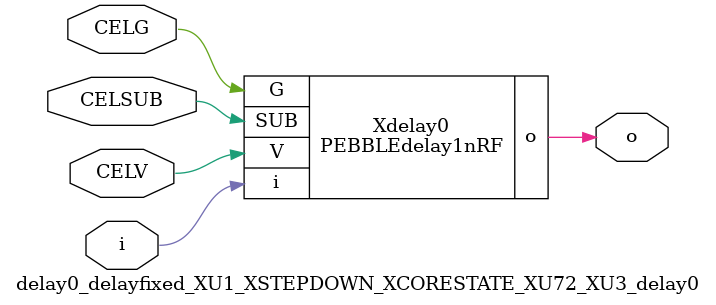
<source format=v>



module PEBBLEdelay1nRF ( o, V, G, i, SUB );

  input V;
  input i;
  input G;
  output o;
  input SUB;
endmodule

//Celera Confidential Do Not Copy delay0_delayfixed_XU1_XSTEPDOWN_XCORESTATE_XU72_XU3_delay0
//TYPE: fixed 1ns
module delay0_delayfixed_XU1_XSTEPDOWN_XCORESTATE_XU72_XU3_delay0 (i, CELV, o,
CELG,CELSUB);
input CELV;
input i;
output o;
input CELSUB;
input CELG;

//Celera Confidential Do Not Copy delayfast0
PEBBLEdelay1nRF Xdelay0(
.V (CELV),
.i (i),
.o (o),
.G (CELG),
.SUB (CELSUB)
);
//,diesize,PEBBLEdelay1nRF

//Celera Confidential Do Not Copy Module End
//Celera Schematic Generator
endmodule

</source>
